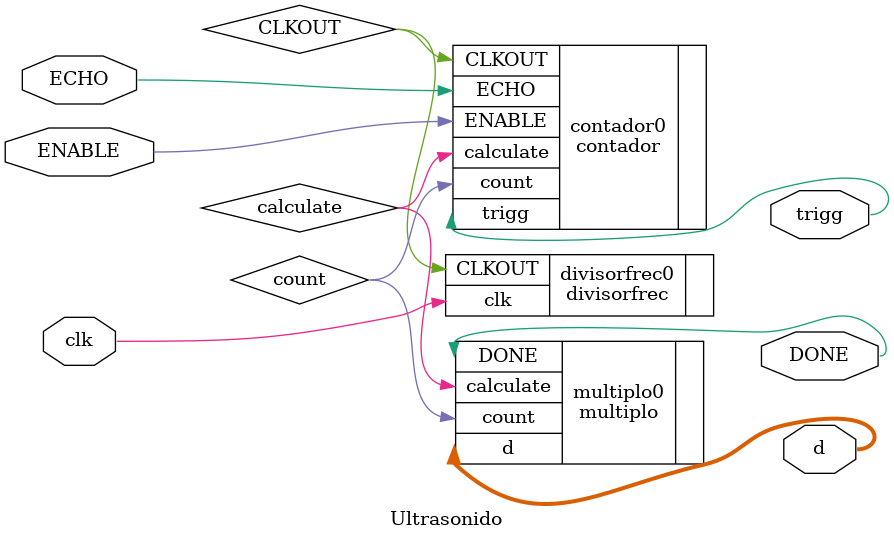
<source format=v>
module Ultrasonido	(

				output [7:0]	d,
				output 		trigg,
				output 		DONE,
				input 		ENABLE,
				input 		ECHO,
				input			clk

			 );

divisorfrec divisorfrec0(	
					.clk		(	clk	),
					.CLKOUT	(	CLKOUT	)
								);


contador contador0	(
					.count	(	count	),
					.trigg	(	trigg	),
					.calculate	(	calculate	),
					.ECHO		(	ECHO	),
					.ENABLE	(	ENABLE	),
					.CLKOUT	(	CLKOUT	)
							);



multiplo multiplo0	(
					.count	(	count	),
					.calculate	(	calculate	),
					.DONE		(	DONE	),
					.d			(	d	)
							);


endmodule

</source>
